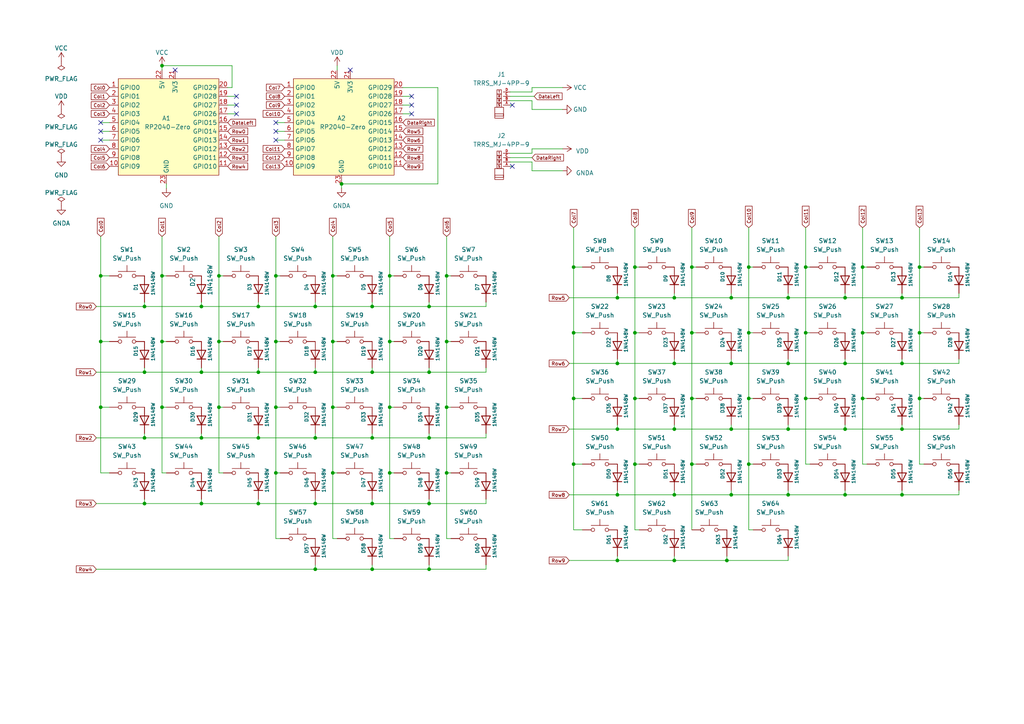
<source format=kicad_sch>
(kicad_sch (version 20230121) (generator eeschema)
  (paper "A4")
  (junction (at 266.7 115.57))
  (junction (at 261.62 105.41))
  (junction (at 217.17 115.57))
  (junction (at 91.44 146.05))
  (junction (at 179.07 143.51))
  (junction (at 195.58 86.36))
  (junction (at 29.21 80.01))
  (junction (at 129.54 137.16))
  (junction (at 228.6 86.36))
  (junction (at 80.01 99.06))
  (junction (at 179.07 86.36))
  (junction (at 233.68 115.57))
  (junction (at 250.19 115.57))
  (junction (at 200.66 96.52))
  (junction (at 91.44 107.95))
  (junction (at 129.54 99.06))
  (junction (at 228.6 143.51))
  (junction (at 107.95 107.95))
  (junction (at 195.58 162.56))
  (junction (at 107.95 127))
  (junction (at 63.5 99.06))
  (junction (at 210.82 162.56))
  (junction (at 124.46 146.05))
  (junction (at 41.91 127))
  (junction (at 74.93 127))
  (junction (at 58.42 88.9))
  (junction (at 261.62 143.51))
  (junction (at 179.07 162.56))
  (junction (at 58.42 127))
  (junction (at 179.07 105.41))
  (junction (at 166.37 115.57))
  (junction (at 233.68 96.52))
  (junction (at 41.91 146.05))
  (junction (at 200.66 115.57))
  (junction (at 166.37 134.62))
  (junction (at 58.42 146.05))
  (junction (at 166.37 77.47))
  (junction (at 74.93 107.95))
  (junction (at 184.15 96.52))
  (junction (at 129.54 118.11))
  (junction (at 217.17 77.47))
  (junction (at 195.58 105.41))
  (junction (at 184.15 115.57))
  (junction (at 41.91 88.9))
  (junction (at 212.09 105.41))
  (junction (at 74.93 146.05))
  (junction (at 29.21 99.06))
  (junction (at 195.58 143.51))
  (junction (at 113.03 80.01))
  (junction (at 212.09 86.36))
  (junction (at 41.91 107.95))
  (junction (at 245.11 143.51))
  (junction (at 129.54 80.01))
  (junction (at 261.62 86.36))
  (junction (at 63.5 80.01))
  (junction (at 80.01 137.16))
  (junction (at 166.37 96.52))
  (junction (at 80.01 118.11))
  (junction (at 96.52 118.11))
  (junction (at 212.09 143.51))
  (junction (at 113.03 118.11))
  (junction (at 245.11 105.41))
  (junction (at 124.46 165.1))
  (junction (at 266.7 96.52))
  (junction (at 107.95 165.1))
  (junction (at 113.03 99.06))
  (junction (at 250.19 96.52))
  (junction (at 74.93 88.9))
  (junction (at 58.42 107.95))
  (junction (at 184.15 134.62))
  (junction (at 245.11 124.46))
  (junction (at 91.44 127))
  (junction (at 46.99 99.06))
  (junction (at 46.99 80.01))
  (junction (at 63.5 118.11))
  (junction (at 200.66 134.62))
  (junction (at 46.99 19.05))
  (junction (at 217.17 96.52))
  (junction (at 96.52 99.06))
  (junction (at 217.17 134.62))
  (junction (at 233.68 77.47))
  (junction (at 200.66 77.47))
  (junction (at 266.7 77.47))
  (junction (at 250.19 77.47))
  (junction (at 195.58 124.46))
  (junction (at 99.06 53.34))
  (junction (at 91.44 88.9))
  (junction (at 184.15 77.47))
  (junction (at 212.09 124.46))
  (junction (at 96.52 137.16))
  (junction (at 91.44 165.1))
  (junction (at 228.6 105.41))
  (junction (at 228.6 124.46))
  (junction (at 46.99 118.11))
  (junction (at 124.46 107.95))
  (junction (at 107.95 146.05))
  (junction (at 107.95 88.9))
  (junction (at 124.46 127))
  (junction (at 179.07 124.46))
  (junction (at 245.11 86.36))
  (junction (at 124.46 88.9))
  (junction (at 29.21 118.11))
  (junction (at 113.03 137.16))
  (junction (at 96.52 80.01))
  (junction (at 261.62 124.46))
  (junction (at 80.01 80.01))
  (no_connect (at 68.58 27.94))
  (no_connect (at 29.21 38.1))
  (no_connect (at 50.8 20.32))
  (no_connect (at 148.59 30.48))
  (no_connect (at 80.01 40.64))
  (no_connect (at 119.38 30.48))
  (no_connect (at 80.01 35.56))
  (no_connect (at 29.21 40.64))
  (no_connect (at 68.58 33.02))
  (no_connect (at 80.01 38.1))
  (no_connect (at 119.38 27.94))
  (no_connect (at 119.38 33.02))
  (no_connect (at 68.58 30.48))
  (no_connect (at 148.59 48.26))
  (no_connect (at 101.6 20.32))
  (no_connect (at 29.21 35.56))
  (wire (pts (xy 228.6 124.46) (xy 245.11 124.46)))
  (wire (pts (xy 96.52 118.11) (xy 96.52 137.16)))
  (wire (pts (xy 68.58 30.48) (xy 66.04 30.48)))
  (wire (pts (xy 228.6 161.29) (xy 228.6 162.56)))
  (wire (pts (xy 165.1 86.36) (xy 179.07 86.36)))
  (wire (pts (xy 250.19 77.47) (xy 250.19 96.52)))
  (wire (pts (xy 124.46 88.9) (xy 140.97 88.9)))
  (wire (pts (xy 46.99 68.58) (xy 46.99 80.01)))
  (wire (pts (xy 267.97 77.47) (xy 266.7 77.47)))
  (wire (pts (xy 233.68 115.57) (xy 233.68 134.62)))
  (wire (pts (xy 217.17 115.57) (xy 217.17 134.62)))
  (wire (pts (xy 184.15 115.57) (xy 185.42 115.57)))
  (wire (pts (xy 233.68 66.04) (xy 233.68 77.47)))
  (wire (pts (xy 212.09 124.46) (xy 228.6 124.46)))
  (wire (pts (xy 234.95 77.47) (xy 233.68 77.47)))
  (wire (pts (xy 58.42 125.73) (xy 58.42 127)))
  (wire (pts (xy 217.17 153.67) (xy 218.44 153.67)))
  (wire (pts (xy 129.54 118.11) (xy 130.81 118.11)))
  (wire (pts (xy 147.955 44.45) (xy 154.305 44.45)))
  (wire (pts (xy 107.95 163.83) (xy 107.95 165.1)))
  (wire (pts (xy 58.42 144.78) (xy 58.42 146.05)))
  (wire (pts (xy 113.03 99.06) (xy 113.03 118.11)))
  (wire (pts (xy 200.66 96.52) (xy 200.66 115.57)))
  (wire (pts (xy 66.04 27.94) (xy 68.58 27.94)))
  (wire (pts (xy 233.68 134.62) (xy 234.95 134.62)))
  (wire (pts (xy 80.01 99.06) (xy 80.01 118.11)))
  (wire (pts (xy 140.97 106.68) (xy 140.97 107.95)))
  (wire (pts (xy 165.1 124.46) (xy 179.07 124.46)))
  (wire (pts (xy 91.44 144.78) (xy 91.44 146.05)))
  (wire (pts (xy 113.03 156.21) (xy 114.3 156.21)))
  (wire (pts (xy 212.09 123.19) (xy 212.09 124.46)))
  (wire (pts (xy 261.62 104.14) (xy 261.62 105.41)))
  (wire (pts (xy 212.09 85.09) (xy 212.09 86.36)))
  (wire (pts (xy 74.93 107.95) (xy 91.44 107.95)))
  (wire (pts (xy 63.5 99.06) (xy 63.5 118.11)))
  (wire (pts (xy 68.58 33.02) (xy 66.04 33.02)))
  (wire (pts (xy 63.5 68.58) (xy 63.5 80.01)))
  (wire (pts (xy 245.11 123.19) (xy 245.11 124.46)))
  (wire (pts (xy 80.01 68.58) (xy 80.01 80.01)))
  (wire (pts (xy 245.11 105.41) (xy 261.62 105.41)))
  (wire (pts (xy 129.54 137.16) (xy 129.54 156.21)))
  (wire (pts (xy 179.07 161.29) (xy 179.07 162.56)))
  (wire (pts (xy 195.58 104.14) (xy 195.58 105.41)))
  (wire (pts (xy 91.44 127) (xy 107.95 127)))
  (wire (pts (xy 80.01 99.06) (xy 81.28 99.06)))
  (wire (pts (xy 261.62 123.19) (xy 261.62 124.46)))
  (wire (pts (xy 217.17 77.47) (xy 217.17 96.52)))
  (wire (pts (xy 228.6 85.09) (xy 228.6 86.36)))
  (wire (pts (xy 116.84 27.94) (xy 119.38 27.94)))
  (wire (pts (xy 81.28 80.01) (xy 80.01 80.01)))
  (wire (pts (xy 217.17 96.52) (xy 217.17 115.57)))
  (wire (pts (xy 250.19 96.52) (xy 251.46 96.52)))
  (wire (pts (xy 107.95 107.95) (xy 124.46 107.95)))
  (wire (pts (xy 212.09 105.41) (xy 228.6 105.41)))
  (wire (pts (xy 261.62 105.41) (xy 278.13 105.41)))
  (wire (pts (xy 74.93 87.63) (xy 74.93 88.9)))
  (wire (pts (xy 129.54 80.01) (xy 129.54 99.06)))
  (wire (pts (xy 278.13 123.19) (xy 278.13 124.46)))
  (wire (pts (xy 124.46 144.78) (xy 124.46 146.05)))
  (wire (pts (xy 184.15 96.52) (xy 185.42 96.52)))
  (wire (pts (xy 74.93 88.9) (xy 91.44 88.9)))
  (wire (pts (xy 91.44 125.73) (xy 91.44 127)))
  (wire (pts (xy 266.7 96.52) (xy 266.7 115.57)))
  (wire (pts (xy 168.91 77.47) (xy 166.37 77.47)))
  (wire (pts (xy 195.58 86.36) (xy 212.09 86.36)))
  (wire (pts (xy 80.01 118.11) (xy 81.28 118.11)))
  (wire (pts (xy 41.91 87.63) (xy 41.91 88.9)))
  (wire (pts (xy 29.21 80.01) (xy 29.21 99.06)))
  (wire (pts (xy 184.15 134.62) (xy 185.42 134.62)))
  (wire (pts (xy 124.46 165.1) (xy 140.97 165.1)))
  (wire (pts (xy 166.37 77.47) (xy 166.37 96.52)))
  (wire (pts (xy 74.93 125.73) (xy 74.93 127)))
  (wire (pts (xy 124.46 163.83) (xy 124.46 165.1)))
  (wire (pts (xy 245.11 86.36) (xy 261.62 86.36)))
  (wire (pts (xy 129.54 99.06) (xy 130.81 99.06)))
  (wire (pts (xy 127 25.4) (xy 127 53.34)))
  (wire (pts (xy 184.15 77.47) (xy 184.15 96.52)))
  (wire (pts (xy 233.68 96.52) (xy 234.95 96.52)))
  (wire (pts (xy 63.5 99.06) (xy 64.77 99.06)))
  (wire (pts (xy 113.03 118.11) (xy 113.03 137.16)))
  (wire (pts (xy 124.46 106.68) (xy 124.46 107.95)))
  (wire (pts (xy 96.52 118.11) (xy 97.79 118.11)))
  (wire (pts (xy 107.95 106.68) (xy 107.95 107.95)))
  (wire (pts (xy 212.09 86.36) (xy 228.6 86.36)))
  (wire (pts (xy 154.305 43.18) (xy 163.195 43.18)))
  (wire (pts (xy 63.5 137.16) (xy 64.77 137.16)))
  (wire (pts (xy 250.19 115.57) (xy 251.46 115.57)))
  (wire (pts (xy 46.99 80.01) (xy 46.99 99.06)))
  (wire (pts (xy 200.66 115.57) (xy 201.93 115.57)))
  (wire (pts (xy 212.09 104.14) (xy 212.09 105.41)))
  (wire (pts (xy 195.58 124.46) (xy 212.09 124.46)))
  (wire (pts (xy 166.37 96.52) (xy 168.91 96.52)))
  (wire (pts (xy 148.59 48.26) (xy 147.955 48.26)))
  (wire (pts (xy 107.95 144.78) (xy 107.95 146.05)))
  (wire (pts (xy 96.52 99.06) (xy 97.79 99.06)))
  (wire (pts (xy 48.26 80.01) (xy 46.99 80.01)))
  (wire (pts (xy 195.58 162.56) (xy 195.58 161.29)))
  (wire (pts (xy 184.15 96.52) (xy 184.15 115.57)))
  (wire (pts (xy 124.46 107.95) (xy 140.97 107.95)))
  (wire (pts (xy 119.38 30.48) (xy 116.84 30.48)))
  (wire (pts (xy 107.95 88.9) (xy 124.46 88.9)))
  (wire (pts (xy 250.19 66.04) (xy 250.19 77.47)))
  (wire (pts (xy 261.62 86.36) (xy 278.13 86.36)))
  (wire (pts (xy 179.07 143.51) (xy 179.07 142.24)))
  (wire (pts (xy 200.66 115.57) (xy 200.66 134.62)))
  (wire (pts (xy 166.37 115.57) (xy 168.91 115.57)))
  (wire (pts (xy 29.21 118.11) (xy 29.21 137.16)))
  (wire (pts (xy 80.01 137.16) (xy 80.01 156.21)))
  (wire (pts (xy 233.68 96.52) (xy 233.68 115.57)))
  (wire (pts (xy 200.66 134.62) (xy 201.93 134.62)))
  (wire (pts (xy 140.97 144.78) (xy 140.97 146.05)))
  (wire (pts (xy 124.46 146.05) (xy 140.97 146.05)))
  (wire (pts (xy 217.17 96.52) (xy 218.44 96.52)))
  (wire (pts (xy 179.07 124.46) (xy 195.58 124.46)))
  (wire (pts (xy 166.37 134.62) (xy 168.91 134.62)))
  (wire (pts (xy 91.44 88.9) (xy 107.95 88.9)))
  (wire (pts (xy 165.1 162.56) (xy 179.07 162.56)))
  (wire (pts (xy 278.13 142.24) (xy 278.13 143.51)))
  (wire (pts (xy 116.84 25.4) (xy 127 25.4)))
  (wire (pts (xy 113.03 68.58) (xy 113.03 80.01)))
  (wire (pts (xy 97.79 80.01) (xy 96.52 80.01)))
  (wire (pts (xy 129.54 137.16) (xy 130.81 137.16)))
  (wire (pts (xy 245.11 143.51) (xy 261.62 143.51)))
  (wire (pts (xy 261.62 124.46) (xy 278.13 124.46)))
  (wire (pts (xy 114.3 80.01) (xy 113.03 80.01)))
  (wire (pts (xy 200.66 134.62) (xy 200.66 153.67)))
  (wire (pts (xy 91.44 163.83) (xy 91.44 165.1)))
  (wire (pts (xy 228.6 143.51) (xy 245.11 143.51)))
  (wire (pts (xy 63.5 118.11) (xy 64.77 118.11)))
  (wire (pts (xy 266.7 77.47) (xy 266.7 96.52)))
  (wire (pts (xy 46.99 137.16) (xy 48.26 137.16)))
  (wire (pts (xy 195.58 105.41) (xy 212.09 105.41)))
  (wire (pts (xy 140.97 163.83) (xy 140.97 165.1)))
  (wire (pts (xy 261.62 85.09) (xy 261.62 86.36)))
  (wire (pts (xy 41.91 106.68) (xy 41.91 107.95)))
  (wire (pts (xy 179.07 85.09) (xy 179.07 86.36)))
  (wire (pts (xy 96.52 80.01) (xy 96.52 99.06)))
  (wire (pts (xy 29.21 118.11) (xy 31.75 118.11)))
  (wire (pts (xy 179.07 162.56) (xy 195.58 162.56)))
  (wire (pts (xy 179.07 86.36) (xy 195.58 86.36)))
  (wire (pts (xy 200.66 77.47) (xy 200.66 96.52)))
  (wire (pts (xy 91.44 87.63) (xy 91.44 88.9)))
  (wire (pts (xy 228.6 162.56) (xy 210.82 162.56)))
  (wire (pts (xy 91.44 165.1) (xy 107.95 165.1)))
  (wire (pts (xy 46.99 99.06) (xy 46.99 118.11)))
  (wire (pts (xy 228.6 143.51) (xy 212.09 143.51)))
  (wire (pts (xy 107.95 165.1) (xy 124.46 165.1)))
  (wire (pts (xy 27.94 88.9) (xy 41.91 88.9)))
  (wire (pts (xy 99.06 53.34) (xy 127 53.34)))
  (wire (pts (xy 154.305 25.4) (xy 154.305 26.67)))
  (wire (pts (xy 130.81 80.01) (xy 129.54 80.01)))
  (wire (pts (xy 200.66 66.04) (xy 200.66 77.47)))
  (wire (pts (xy 29.21 99.06) (xy 29.21 118.11)))
  (wire (pts (xy 99.06 54.61) (xy 99.06 53.34)))
  (wire (pts (xy 29.21 35.56) (xy 31.75 35.56)))
  (wire (pts (xy 200.66 96.52) (xy 201.93 96.52)))
  (wire (pts (xy 228.6 142.24) (xy 228.6 143.51)))
  (wire (pts (xy 154.305 45.72) (xy 147.955 45.72)))
  (wire (pts (xy 63.5 118.11) (xy 63.5 137.16)))
  (wire (pts (xy 129.54 68.58) (xy 129.54 80.01)))
  (wire (pts (xy 41.91 107.95) (xy 58.42 107.95)))
  (wire (pts (xy 154.305 49.53) (xy 163.195 49.53)))
  (wire (pts (xy 166.37 66.04) (xy 166.37 77.47)))
  (wire (pts (xy 218.44 77.47) (xy 217.17 77.47)))
  (wire (pts (xy 97.79 19.05) (xy 97.79 20.32)))
  (wire (pts (xy 29.21 137.16) (xy 31.75 137.16)))
  (wire (pts (xy 80.01 156.21) (xy 81.28 156.21)))
  (wire (pts (xy 184.15 134.62) (xy 184.15 153.67)))
  (wire (pts (xy 41.91 125.73) (xy 41.91 127)))
  (wire (pts (xy 46.99 118.11) (xy 48.26 118.11)))
  (wire (pts (xy 179.07 123.19) (xy 179.07 124.46)))
  (wire (pts (xy 228.6 105.41) (xy 245.11 105.41)))
  (wire (pts (xy 58.42 146.05) (xy 74.93 146.05)))
  (wire (pts (xy 129.54 118.11) (xy 129.54 137.16)))
  (wire (pts (xy 107.95 127) (xy 124.46 127)))
  (wire (pts (xy 81.28 137.16) (xy 80.01 137.16)))
  (wire (pts (xy 113.03 99.06) (xy 114.3 99.06)))
  (wire (pts (xy 41.91 88.9) (xy 58.42 88.9)))
  (wire (pts (xy 266.7 134.62) (xy 267.97 134.62)))
  (wire (pts (xy 80.01 35.56) (xy 82.55 35.56)))
  (wire (pts (xy 154.305 25.4) (xy 163.195 25.4)))
  (wire (pts (xy 228.6 123.19) (xy 228.6 124.46)))
  (wire (pts (xy 245.11 124.46) (xy 261.62 124.46)))
  (wire (pts (xy 212.09 142.24) (xy 212.09 143.51)))
  (wire (pts (xy 179.07 105.41) (xy 195.58 105.41)))
  (wire (pts (xy 179.07 104.14) (xy 179.07 105.41)))
  (wire (pts (xy 96.52 156.21) (xy 97.79 156.21)))
  (wire (pts (xy 96.52 68.58) (xy 96.52 80.01)))
  (wire (pts (xy 113.03 137.16) (xy 113.03 156.21)))
  (wire (pts (xy 80.01 118.11) (xy 80.01 137.16)))
  (wire (pts (xy 107.95 146.05) (xy 124.46 146.05)))
  (wire (pts (xy 154.305 46.99) (xy 147.955 46.99)))
  (wire (pts (xy 261.62 143.51) (xy 278.13 143.51)))
  (wire (pts (xy 217.17 115.57) (xy 218.44 115.57)))
  (wire (pts (xy 27.94 165.1) (xy 91.44 165.1)))
  (wire (pts (xy 154.305 26.67) (xy 147.955 26.67)))
  (wire (pts (xy 166.37 153.67) (xy 168.91 153.67)))
  (wire (pts (xy 154.305 31.75) (xy 163.195 31.75)))
  (wire (pts (xy 166.37 134.62) (xy 166.37 153.67)))
  (wire (pts (xy 58.42 88.9) (xy 74.93 88.9)))
  (wire (pts (xy 113.03 137.16) (xy 114.3 137.16)))
  (wire (pts (xy 245.11 85.09) (xy 245.11 86.36)))
  (wire (pts (xy 129.54 156.21) (xy 130.81 156.21)))
  (wire (pts (xy 119.38 33.02) (xy 116.84 33.02)))
  (wire (pts (xy 266.7 115.57) (xy 267.97 115.57)))
  (wire (pts (xy 184.15 115.57) (xy 184.15 134.62)))
  (wire (pts (xy 41.91 146.05) (xy 41.91 144.78)))
  (wire (pts (xy 46.99 99.06) (xy 48.26 99.06)))
  (wire (pts (xy 154.305 29.21) (xy 147.955 29.21)))
  (wire (pts (xy 250.19 134.62) (xy 251.46 134.62)))
  (wire (pts (xy 154.305 49.53) (xy 154.305 46.99)))
  (wire (pts (xy 91.44 106.68) (xy 91.44 107.95)))
  (wire (pts (xy 233.68 77.47) (xy 233.68 96.52)))
  (wire (pts (xy 129.54 99.06) (xy 129.54 118.11)))
  (wire (pts (xy 74.93 127) (xy 91.44 127)))
  (wire (pts (xy 228.6 86.36) (xy 245.11 86.36)))
  (wire (pts (xy 195.58 142.24) (xy 195.58 143.51)))
  (wire (pts (xy 228.6 104.14) (xy 228.6 105.41)))
  (wire (pts (xy 266.7 96.52) (xy 267.97 96.52)))
  (wire (pts (xy 195.58 162.56) (xy 210.82 162.56)))
  (wire (pts (xy 154.305 43.18) (xy 154.305 44.45)))
  (wire (pts (xy 148.59 30.48) (xy 147.955 30.48)))
  (wire (pts (xy 58.42 106.68) (xy 58.42 107.95)))
  (wire (pts (xy 245.11 142.24) (xy 245.11 143.51)))
  (wire (pts (xy 210.82 161.29) (xy 210.82 162.56)))
  (wire (pts (xy 91.44 146.05) (xy 107.95 146.05)))
  (wire (pts (xy 29.21 68.58) (xy 29.21 80.01)))
  (wire (pts (xy 245.11 104.14) (xy 245.11 105.41)))
  (wire (pts (xy 140.97 87.63) (xy 140.97 88.9)))
  (wire (pts (xy 64.77 80.01) (xy 63.5 80.01)))
  (wire (pts (xy 185.42 77.47) (xy 184.15 77.47)))
  (wire (pts (xy 261.62 142.24) (xy 261.62 143.51)))
  (wire (pts (xy 179.07 143.51) (xy 195.58 143.51)))
  (wire (pts (xy 46.99 19.05) (xy 67.31 19.05)))
  (wire (pts (xy 165.1 143.51) (xy 179.07 143.51)))
  (wire (pts (xy 250.19 96.52) (xy 250.19 115.57)))
  (wire (pts (xy 58.42 107.95) (xy 74.93 107.95)))
  (wire (pts (xy 184.15 153.67) (xy 185.42 153.67)))
  (wire (pts (xy 96.52 137.16) (xy 97.79 137.16)))
  (wire (pts (xy 250.19 115.57) (xy 250.19 134.62)))
  (wire (pts (xy 63.5 80.01) (xy 63.5 99.06)))
  (wire (pts (xy 58.42 127) (xy 74.93 127)))
  (wire (pts (xy 113.03 118.11) (xy 114.3 118.11)))
  (wire (pts (xy 154.305 31.75) (xy 154.305 29.21)))
  (wire (pts (xy 91.44 107.95) (xy 107.95 107.95)))
  (wire (pts (xy 195.58 123.19) (xy 195.58 124.46)))
  (wire (pts (xy 217.17 134.62) (xy 218.44 134.62)))
  (wire (pts (xy 166.37 115.57) (xy 166.37 134.62)))
  (wire (pts (xy 29.21 38.1) (xy 31.75 38.1)))
  (wire (pts (xy 41.91 127) (xy 58.42 127)))
  (wire (pts (xy 113.03 80.01) (xy 113.03 99.06)))
  (wire (pts (xy 91.44 146.05) (xy 74.93 146.05)))
  (wire (pts (xy 80.01 38.1) (xy 82.55 38.1)))
  (wire (pts (xy 217.17 134.62) (xy 217.17 153.67)))
  (wire (pts (xy 266.7 66.04) (xy 266.7 77.47)))
  (wire (pts (xy 96.52 137.16) (xy 96.52 156.21)))
  (wire (pts (xy 46.99 118.11) (xy 46.99 137.16)))
  (wire (pts (xy 29.21 99.06) (xy 31.75 99.06)))
  (wire (pts (xy 96.52 99.06) (xy 96.52 118.11)))
  (wire (pts (xy 147.955 27.94) (xy 154.94 27.94)))
  (wire (pts (xy 67.31 25.4) (xy 67.31 19.05)))
  (wire (pts (xy 27.94 107.95) (xy 41.91 107.95)))
  (wire (pts (xy 124.46 127) (xy 140.97 127)))
  (wire (pts (xy 184.15 66.04) (xy 184.15 77.47)))
  (wire (pts (xy 124.46 125.73) (xy 124.46 127)))
  (wire (pts (xy 67.31 25.4) (xy 66.04 25.4)))
  (wire (pts (xy 107.95 125.73) (xy 107.95 127)))
  (wire (pts (xy 166.37 96.52) (xy 166.37 115.57)))
  (wire (pts (xy 278.13 85.09) (xy 278.13 86.36)))
  (wire (pts (xy 58.42 87.63) (xy 58.42 88.9)))
  (wire (pts (xy 233.68 115.57) (xy 234.95 115.57)))
  (wire (pts (xy 278.13 104.14) (xy 278.13 105.41)))
  (wire (pts (xy 74.93 106.68) (xy 74.93 107.95)))
  (wire (pts (xy 201.93 77.47) (xy 200.66 77.47)))
  (wire (pts (xy 48.26 54.61) (xy 48.26 53.34)))
  (wire (pts (xy 80.01 80.01) (xy 80.01 99.06)))
  (wire (pts (xy 41.91 146.05) (xy 58.42 146.05)))
  (wire (pts (xy 107.95 87.63) (xy 107.95 88.9)))
  (wire (pts (xy 74.93 144.78) (xy 74.93 146.05)))
  (wire (pts (xy 29.21 40.64) (xy 31.75 40.64)))
  (wire (pts (xy 217.17 66.04) (xy 217.17 77.47)))
  (wire (pts (xy 195.58 143.51) (xy 212.09 143.51)))
  (wire (pts (xy 266.7 115.57) (xy 266.7 134.62)))
  (wire (pts (xy 31.75 80.01) (xy 29.21 80.01)))
  (wire (pts (xy 195.58 85.09) (xy 195.58 86.36)))
  (wire (pts (xy 140.97 125.73) (xy 140.97 127)))
  (wire (pts (xy 165.1 105.41) (xy 179.07 105.41)))
  (wire (pts (xy 27.94 146.05) (xy 41.91 146.05)))
  (wire (pts (xy 251.46 77.47) (xy 250.19 77.47)))
  (wire (pts (xy 46.99 19.05) (xy 46.99 20.32)))
  (wire (pts (xy 124.46 87.63) (xy 124.46 88.9)))
  (wire (pts (xy 80.01 40.64) (xy 82.55 40.64)))
  (wire (pts (xy 27.94 127) (xy 41.91 127)))
  (global_label "Row2" (shape input) (at 66.04 43.18 0) (effects (font (size 1 1))) (property "Intersheetrefs" "${INTERSHEET_REFS}" (effects hide)))
  (global_label "DataLeft" (shape input) (at 154.94 27.94 0) (effects (font (size 1 1))) (property "Intersheetrefs" "${INTERSHEET_REFS}" (effects hide)))
  (global_label "Row6" (shape input) (at 165.1 105.41 180) (effects (font (size 1 1))) (property "Intersheetrefs" "${INTERSHEET_REFS}" (effects hide)))
  (global_label "Col11" (shape input) (at 82.55 43.18 180) (effects (font (size 1 1))) (property "Intersheetrefs" "${INTERSHEET_REFS}" (effects hide)))
  (global_label "Col11" (shape input) (at 233.68 66.04 90) (effects (font (size 1 1))) (property "Intersheetrefs" "${INTERSHEET_REFS}" (effects hide)))
  (global_label "Col5" (shape input) (at 113.03 68.58 90) (effects (font (size 1 1))) (property "Intersheetrefs" "${INTERSHEET_REFS}" (effects hide)))
  (global_label "Row8" (shape input) (at 165.1 143.51 180) (effects (font (size 1 1))) (property "Intersheetrefs" "${INTERSHEET_REFS}" (effects hide)))
  (global_label "DataLeft" (shape input) (at 66.04 35.56 0) (effects (font (size 1 1))) (property "Intersheetrefs" "${INTERSHEET_REFS}" (effects hide)))
  (global_label "Row0" (shape input) (at 27.94 88.9 180) (effects (font (size 1 1))) (property "Intersheetrefs" "${INTERSHEET_REFS}" (effects hide)))
  (global_label "Col3" (shape input) (at 31.75 33.02 180) (effects (font (size 1 1))) (property "Intersheetrefs" "${INTERSHEET_REFS}" (effects hide)))
  (global_label "Col10" (shape input) (at 217.17 66.04 90) (effects (font (size 1 1))) (property "Intersheetrefs" "${INTERSHEET_REFS}" (effects hide)))
  (global_label "Col9" (shape input) (at 82.55 30.48 180) (effects (font (size 1 1))) (property "Intersheetrefs" "${INTERSHEET_REFS}" (effects hide)))
  (global_label "Col13" (shape input) (at 266.7 66.04 90) (effects (font (size 1 1))) (property "Intersheetrefs" "${INTERSHEET_REFS}" (effects hide)))
  (global_label "Row7" (shape input) (at 116.84 43.18 0) (effects (font (size 1 1))) (property "Intersheetrefs" "${INTERSHEET_REFS}" (effects hide)))
  (global_label "Col8" (shape input) (at 82.55 27.94 180) (effects (font (size 1 1))) (property "Intersheetrefs" "${INTERSHEET_REFS}" (effects hide)))
  (global_label "Row6" (shape input) (at 116.84 40.64 0) (effects (font (size 1 1))) (property "Intersheetrefs" "${INTERSHEET_REFS}" (effects hide)))
  (global_label "Col12" (shape input) (at 82.55 45.72 180) (effects (font (size 1 1))) (property "Intersheetrefs" "${INTERSHEET_REFS}" (effects hide)))
  (global_label "Col7" (shape input) (at 82.55 25.4 180) (effects (font (size 1 1))) (property "Intersheetrefs" "${INTERSHEET_REFS}" (effects hide)))
  (global_label "Row7" (shape input) (at 165.1 124.46 180) (effects (font (size 1 1))) (property "Intersheetrefs" "${INTERSHEET_REFS}" (effects hide)))
  (global_label "Col2" (shape input) (at 31.75 30.48 180) (effects (font (size 1 1))) (property "Intersheetrefs" "${INTERSHEET_REFS}" (effects hide)))
  (global_label "Row9" (shape input) (at 116.84 48.26 0) (effects (font (size 1 1))) (property "Intersheetrefs" "${INTERSHEET_REFS}" (effects hide)))
  (global_label "Col13" (shape input) (at 82.55 48.26 180) (effects (font (size 1 1))) (property "Intersheetrefs" "${INTERSHEET_REFS}" (effects hide)))
  (global_label "Row4" (shape input) (at 66.04 48.26 0) (effects (font (size 1 1))) (property "Intersheetrefs" "${INTERSHEET_REFS}" (effects hide)))
  (global_label "Col12" (shape input) (at 250.19 66.04 90) (effects (font (size 1 1))) (property "Intersheetrefs" "${INTERSHEET_REFS}" (effects hide)))
  (global_label "Col4" (shape input) (at 31.75 43.18 180) (effects (font (size 1 1))) (property "Intersheetrefs" "${INTERSHEET_REFS}" (effects hide)))
  (global_label "Col3" (shape input) (at 80.01 68.58 90) (effects (font (size 1 1))) (property "Intersheetrefs" "${INTERSHEET_REFS}" (effects hide)))
  (global_label "Row2" (shape input) (at 27.94 127 180) (effects (font (size 1 1))) (property "Intersheetrefs" "${INTERSHEET_REFS}" (effects hide)))
  (global_label "DataRight" (shape input) (at 154.305 45.72 0) (effects (font (size 1 1))) (property "Intersheetrefs" "${INTERSHEET_REFS}" (effects hide)))
  (global_label "Col1" (shape input) (at 46.99 68.58 90) (effects (font (size 1 1))) (property "Intersheetrefs" "${INTERSHEET_REFS}" (effects hide)))
  (global_label "Col5" (shape input) (at 31.75 45.72 180) (effects (font (size 1 1))) (property "Intersheetrefs" "${INTERSHEET_REFS}" (effects hide)))
  (global_label "Col1" (shape input) (at 31.75 27.94 180) (effects (font (size 1 1))) (property "Intersheetrefs" "${INTERSHEET_REFS}" (effects hide)))
  (global_label "Row3" (shape input) (at 66.04 45.72 0) (effects (font (size 1 1))) (property "Intersheetrefs" "${INTERSHEET_REFS}" (effects hide)))
  (global_label "DataRight" (shape input) (at 116.84 35.56 0) (effects (font (size 1 1))) (property "Intersheetrefs" "${INTERSHEET_REFS}" (effects hide)))
  (global_label "Col0" (shape input) (at 31.75 25.4 180) (effects (font (size 1 1))) (property "Intersheetrefs" "${INTERSHEET_REFS}" (effects hide)))
  (global_label "Row8" (shape input) (at 116.84 45.72 0) (effects (font (size 1 1))) (property "Intersheetrefs" "${INTERSHEET_REFS}" (effects hide)))
  (global_label "Row0" (shape input) (at 66.04 38.1 0) (effects (font (size 1 1))) (property "Intersheetrefs" "${INTERSHEET_REFS}" (effects hide)))
  (global_label "Col0" (shape input) (at 29.21 68.58 90) (effects (font (size 1 1))) (property "Intersheetrefs" "${INTERSHEET_REFS}" (effects hide)))
  (global_label "Col6" (shape input) (at 129.54 68.58 90) (effects (font (size 1 1))) (property "Intersheetrefs" "${INTERSHEET_REFS}" (effects hide)))
  (global_label "Row1" (shape input) (at 27.94 107.95 180) (effects (font (size 1 1))) (property "Intersheetrefs" "${INTERSHEET_REFS}" (effects hide)))
  (global_label "Row1" (shape input) (at 66.04 40.64 0) (effects (font (size 1 1))) (property "Intersheetrefs" "${INTERSHEET_REFS}" (effects hide)))
  (global_label "Col9" (shape input) (at 200.66 66.04 90) (effects (font (size 1 1))) (property "Intersheetrefs" "${INTERSHEET_REFS}" (effects hide)))
  (global_label "Col7" (shape input) (at 166.37 66.04 90) (effects (font (size 1 1))) (property "Intersheetrefs" "${INTERSHEET_REFS}" (effects hide)))
  (global_label "Row5" (shape input) (at 165.1 86.36 180) (effects (font (size 1 1))) (property "Intersheetrefs" "${INTERSHEET_REFS}" (effects hide)))
  (global_label "Col2" (shape input) (at 63.5 68.58 90) (effects (font (size 1 1))) (property "Intersheetrefs" "${INTERSHEET_REFS}" (effects hide)))
  (global_label "Row9" (shape input) (at 165.1 162.56 180) (effects (font (size 1 1))) (property "Intersheetrefs" "${INTERSHEET_REFS}" (effects hide)))
  (global_label "Row5" (shape input) (at 116.84 38.1 0) (effects (font (size 1 1))) (property "Intersheetrefs" "${INTERSHEET_REFS}" (effects hide)))
  (global_label "Col6" (shape input) (at 31.75 48.26 180) (effects (font (size 1 1))) (property "Intersheetrefs" "${INTERSHEET_REFS}" (effects hide)))
  (global_label "Row4" (shape input) (at 27.94 165.1 180) (effects (font (size 1 1))) (property "Intersheetrefs" "${INTERSHEET_REFS}" (effects hide)))
  (global_label "Col4" (shape input) (at 96.52 68.58 90) (effects (font (size 1 1))) (property "Intersheetrefs" "${INTERSHEET_REFS}" (effects hide)))
  (global_label "Col8" (shape input) (at 184.15 66.04 90) (effects (font (size 1 1))) (property "Intersheetrefs" "${INTERSHEET_REFS}" (effects hide)))
  (global_label "Col10" (shape input) (at 82.55 33.02 180) (effects (font (size 1 1))) (property "Intersheetrefs" "${INTERSHEET_REFS}" (effects hide)))
  (global_label "Row3" (shape input) (at 27.94 146.05 180) (effects (font (size 1 1))) (property "Intersheetrefs" "${INTERSHEET_REFS}" (effects hide)))
  (symbol (lib_id "Diode:1N4148W") (at 140.97 140.97 90) (unit 1)
    (property "Reference" "D49" (at 138.455 141.5 0) (effects (font (size 1 1)) (justify left)))
    (property "Value" "1N4148W" (at 143.455 142.875 0) (effects (font (size 1 1)) (justify left)))
    (property "Footprint" "Salicylic-acid3_kbd_Parts:Diode_SMD" (effects hide))
    (property "Datasheet" "https://www.vishay.com/docs/85748/1n4148w.pdf" (effects hide))
  )
  (symbol (lib_id "Switch:SW_Push") (at 256.54 77.47 0) (unit 1)
    (property "Reference" "SW13" (at 256.54 69.85 0))
    (property "Value" "SW_Push" (at 256.54 72.39 0))
    (property "Footprint" "Salicylic-acid3_kbd_SW:CherryMX_Solder_1u" (effects hide))
  )
  (symbol (lib_id "power:GNDA") (at 17.78 59.69 0) (unit 1)
    (property "Reference" "#PWR014" (effects hide))
    (property "Value" "GNDA" (at 17.78 64.77 0))
  )
  (symbol (lib_id "power:VDD") (at 97.79 19.05 0) (unit 1)
    (property "Reference" "#PWR07" (effects hide))
    (property "Value" "VDD" (at 97.79 15.24 0))
  )
  (symbol (lib_id "Diode:1N4148W") (at 228.6 100.33 90) (unit 1)
    (property "Reference" "D25" (at 226.085 100.86 0) (effects (font (size 1 1)) (justify left)))
    (property "Value" "1N4148W" (at 231.085 102.235 0) (effects (font (size 1 1)) (justify left)))
    (property "Footprint" "Salicylic-acid3_kbd_Parts:Diode_SMD" (effects hide))
    (property "Datasheet" "https://www.vishay.com/docs/85748/1n4148w.pdf" (effects hide))
  )
  (symbol (lib_id "Switch:SW_Push") (at 102.87 156.21 0) (unit 1)
    (property "Reference" "SW58" (at 102.87 148.59 0))
    (property "Value" "SW_Push" (at 102.87 151.13 0))
    (property "Footprint" "Salicylic-acid3_kbd_SW:CherryMX_Solder_1u" (effects hide))
  )
  (symbol (lib_id "Switch:SW_Push") (at 135.89 80.01 0) (unit 1)
    (property "Reference" "SW7" (at 135.89 72.39 0))
    (property "Value" "SW_Push" (at 135.89 74.93 0))
    (property "Footprint" "Salicylic-acid3_kbd_SW:CherryMX_Solder_1u" (effects hide))
  )
  (symbol (lib_id "Diode:1N4148W") (at 278.13 138.43 90) (unit 1)
    (property "Reference" "D56" (at 275.615 138.96 0) (effects (font (size 1 1)) (justify left)))
    (property "Value" "1N4148W" (at 280.615 140.335 0) (effects (font (size 1 1)) (justify left)))
    (property "Footprint" "Salicylic-acid3_kbd_Parts:Diode_SMD" (effects hide))
    (property "Datasheet" "https://www.vishay.com/docs/85748/1n4148w.pdf" (effects hide))
  )
  (symbol (lib_id "Switch:SW_Push") (at 119.38 99.06 0) (unit 1)
    (property "Reference" "SW20" (at 119.38 91.44 0))
    (property "Value" "SW_Push" (at 119.38 93.98 0))
    (property "Footprint" "Salicylic-acid3_kbd_SW:CherryMX_Solder_1u" (effects hide))
  )
  (symbol (lib_id "Switch:SW_Push") (at 240.03 115.57 0) (unit 1)
    (property "Reference" "SW40" (at 240.03 107.95 0))
    (property "Value" "SW_Push" (at 240.03 110.49 0))
    (property "Footprint" "Salicylic-acid3_kbd_SW:CherryMX_Solder_1u" (effects hide))
  )
  (symbol (lib_id "Diode:1N4148W") (at 58.42 102.87 90) (unit 1)
    (property "Reference" "D16" (at 55.905 103.4 0) (effects (font (size 1 1)) (justify left)))
    (property "Value" "1N4148W" (at 60.905 104.775 0) (effects (font (size 1 1)) (justify left)))
    (property "Footprint" "Salicylic-acid3_kbd_Parts:Diode_SMD" (effects hide))
    (property "Datasheet" "https://www.vishay.com/docs/85748/1n4148w.pdf" (effects hide))
  )
  (symbol (lib_id "power:GND") (at 17.78 45.72 0) (unit 1)
    (property "Reference" "#PWR012" (effects hide))
    (property "Value" "GND" (at 17.78 50.8 0))
  )
  (symbol (lib_id "power:GND") (at 163.195 31.75 90) (unit 1)
    (property "Reference" "#PWR010" (effects hide))
    (property "Value" "GND" (at 168.275 31.75 90))
  )
  (symbol (lib_id "Switch:SW_Push") (at 273.05 134.62 0) (unit 1)
    (property "Reference" "SW56" (at 273.05 127 0))
    (property "Value" "SW_Push" (at 273.05 129.54 0))
    (property "Footprint" "Salicylic-acid3_kbd_SW:CherryMX_Solder_1u" (effects hide))
  )
  (symbol (lib_id "Diode:1N4148W") (at 195.58 100.33 90) (unit 1)
    (property "Reference" "D23" (at 193.065 100.86 0) (effects (font (size 1 1)) (justify left)))
    (property "Value" "1N4148W" (at 198.065 102.235 0) (effects (font (size 1 1)) (justify left)))
    (property "Footprint" "Salicylic-acid3_kbd_Parts:Diode_SMD" (effects hide))
    (property "Datasheet" "https://www.vishay.com/docs/85748/1n4148w.pdf" (effects hide))
  )
  (symbol (lib_id "Diode:1N4148W") (at 58.42 121.92 90) (unit 1)
    (property "Reference" "D30" (at 55.905 122.45 0) (effects (font (size 1 1)) (justify left)))
    (property "Value" "1N4148W" (at 60.905 123.825 0) (effects (font (size 1 1)) (justify left)))
    (property "Footprint" "Salicylic-acid3_kbd_Parts:Diode_SMD" (effects hide))
    (property "Datasheet" "https://www.vishay.com/docs/85748/1n4148w.pdf" (effects hide))
  )
  (symbol (lib_id "Diode:1N4148W") (at 278.13 81.28 90) (unit 1)
    (property "Reference" "D14" (at 275.615 81.81 0) (effects (font (size 1 1)) (justify left)))
    (property "Value" "1N4148W" (at 280.615 83.185 0) (effects (font (size 1 1)) (justify left)))
    (property "Footprint" "Salicylic-acid3_kbd_Parts:Diode_SMD" (effects hide))
    (property "Datasheet" "https://www.vishay.com/docs/85748/1n4148w.pdf" (effects hide))
  )
  (symbol (lib_id "Switch:SW_Push") (at 273.05 96.52 0) (unit 1)
    (property "Reference" "SW28" (at 273.05 88.9 0))
    (property "Value" "SW_Push" (at 273.05 91.44 0))
    (property "Footprint" "Salicylic-acid3_kbd_SW:CherryMX_Solder_1u" (effects hide))
  )
  (symbol (lib_id "Switch:SW_Push") (at 256.54 134.62 0) (unit 1)
    (property "Reference" "SW55" (at 256.54 127 0))
    (property "Value" "SW_Push" (at 256.54 129.54 0))
    (property "Footprint" "Salicylic-acid3_kbd_SW:CherryMX_Solder_1u" (effects hide))
  )
  (symbol (lib_id "Switch:SW_Push") (at 190.5 115.57 0) (unit 1)
    (property "Reference" "SW37" (at 190.5 107.95 0))
    (property "Value" "SW_Push" (at 190.5 110.49 0))
    (property "Footprint" "Salicylic-acid3_kbd_SW:CherryMX_Solder_1u" (effects hide))
  )
  (symbol (lib_id "Switch:SW_Push") (at 190.5 96.52 0) (unit 1)
    (property "Reference" "SW23" (at 190.5 88.9 0))
    (property "Value" "SW_Push" (at 190.5 91.44 0))
    (property "Footprint" "Salicylic-acid3_kbd_SW:CherryMX_Solder_1u" (effects hide))
  )
  (symbol (lib_id "Diode:1N4148W") (at 140.97 102.87 90) (unit 1)
    (property "Reference" "D21" (at 138.455 103.4 0) (effects (font (size 1 1)) (justify left)))
    (property "Value" "1N4148W" (at 143.455 104.775 0) (effects (font (size 1 1)) (justify left)))
    (property "Footprint" "Salicylic-acid3_kbd_Parts:Diode_SMD" (effects hide))
    (property "Datasheet" "https://www.vishay.com/docs/85748/1n4148w.pdf" (effects hide))
  )
  (symbol (lib_id "Diode:1N4148W") (at 107.95 160.02 90) (unit 1)
    (property "Reference" "D58" (at 105.435 160.55 0) (effects (font (size 1 1)) (justify left)))
    (property "Value" "1N4148W" (at 110.435 161.925 0) (effects (font (size 1 1)) (justify left)))
    (property "Footprint" "Salicylic-acid3_kbd_Parts:Diode_SMD" (effects hide))
    (property "Datasheet" "https://www.vishay.com/docs/85748/1n4148w.pdf" (effects hide))
  )
  (symbol (lib_id "Switch:SW_Push") (at 135.89 137.16 0) (unit 1)
    (property "Reference" "SW49" (at 135.89 129.54 0))
    (property "Value" "SW_Push" (at 135.89 132.08 0))
    (property "Footprint" "Salicylic-acid3_kbd_SW:CherryMX_Solder_1u" (effects hide))
  )
  (symbol (lib_id "Switch:SW_Push") (at 173.99 134.62 0) (unit 1)
    (property "Reference" "SW50" (at 173.99 127 0))
    (property "Value" "SW_Push" (at 173.99 129.54 0))
    (property "Footprint" "Salicylic-acid3_kbd_SW:CherryMX_Solder_1u" (effects hide))
  )
  (symbol (lib_id "Diode:1N4148W") (at 91.44 83.82 90) (unit 1)
    (property "Reference" "D4" (at 88.925 84.35 0) (effects (font (size 1 1)) (justify left)))
    (property "Value" "1N4148W" (at 93.925 85.725 0) (effects (font (size 1 1)) (justify left)))
    (property "Footprint" "Salicylic-acid3_kbd_Parts:Diode_SMD" (effects hide))
    (property "Datasheet" "https://www.vishay.com/docs/85748/1n4148w.pdf" (effects hide))
  )
  (symbol (lib_id "Diode:1N4148W") (at 278.13 119.38 90) (unit 1)
    (property "Reference" "D42" (at 275.615 119.91 0) (effects (font (size 1 1)) (justify left)))
    (property "Value" "1N4148W" (at 280.615 121.285 0) (effects (font (size 1 1)) (justify left)))
    (property "Footprint" "Salicylic-acid3_kbd_Parts:Diode_SMD" (effects hide))
    (property "Datasheet" "https://www.vishay.com/docs/85748/1n4148w.pdf" (effects hide))
  )
  (symbol (lib_id "Diode:1N4148W") (at 58.42 140.97 90) (unit 1)
    (property "Reference" "D44" (at 55.905 141.5 0) (effects (font (size 1 1)) (justify left)))
    (property "Value" "1N4148W" (at 60.905 142.875 0) (effects (font (size 1 1)) (justify left)))
    (property "Footprint" "Salicylic-acid3_kbd_Parts:Diode_SMD" (effects hide))
    (property "Datasheet" "https://www.vishay.com/docs/85748/1n4148w.pdf" (effects hide))
  )
  (symbol (lib_id "Diode:1N4148W") (at 212.09 138.43 90) (unit 1)
    (property "Reference" "D52" (at 209.575 138.96 0) (effects (font (size 1 1)) (justify left)))
    (property "Value" "1N4148W" (at 214.575 140.335 0) (effects (font (size 1 1)) (justify left)))
    (property "Footprint" "Salicylic-acid3_kbd_Parts:Diode_SMD" (effects hide))
    (property "Datasheet" "https://www.vishay.com/docs/85748/1n4148w.pdf" (effects hide))
  )
  (symbol (lib_id "Switch:SW_Push") (at 36.83 99.06 0) (unit 1)
    (property "Reference" "SW15" (at 36.83 91.44 0))
    (property "Value" "SW_Push" (at 36.83 93.98 0))
    (property "Footprint" "Salicylic-acid3_kbd_SW:CherryMX_Solder_1u" (effects hide))
  )
  (symbol (lib_id "Diode:1N4148W") (at 245.11 119.38 90) (unit 1)
    (property "Reference" "D40" (at 242.595 119.91 0) (effects (font (size 1 1)) (justify left)))
    (property "Value" "1N4148W" (at 247.595 121.285 0) (effects (font (size 1 1)) (justify left)))
    (property "Footprint" "Salicylic-acid3_kbd_Parts:Diode_SMD" (effects hide))
    (property "Datasheet" "https://www.vishay.com/docs/85748/1n4148w.pdf" (effects hide))
  )
  (symbol (lib_id "Switch:SW_Push") (at 173.99 96.52 0) (unit 1)
    (property "Reference" "SW22" (at 173.99 88.9 0))
    (property "Value" "SW_Push" (at 173.99 91.44 0))
    (property "Footprint" "Salicylic-acid3_kbd_SW:CherryMX_Solder_1u" (effects hide))
  )
  (symbol (lib_id "Diode:1N4148W") (at 245.11 138.43 90) (unit 1)
    (property "Reference" "D54" (at 242.595 138.96 0) (effects (font (size 1 1)) (justify left)))
    (property "Value" "1N4148W" (at 247.595 140.335 0) (effects (font (size 1 1)) (justify left)))
    (property "Footprint" "Salicylic-acid3_kbd_Parts:Diode_SMD" (effects hide))
    (property "Datasheet" "https://www.vishay.com/docs/85748/1n4148w.pdf" (effects hide))
  )
  (symbol (lib_id "Diode:1N4148W") (at 228.6 157.48 90) (unit 1)
    (property "Reference" "D64" (at 226.085 158.01 0) (effects (font (size 1 1)) (justify left)))
    (property "Value" "1N4148W" (at 231.085 159.385 0) (effects (font (size 1 1)) (justify left)))
    (property "Footprint" "Salicylic-acid3_kbd_Parts:Diode_SMD" (effects hide))
    (property "Datasheet" "https://www.vishay.com/docs/85748/1n4148w.pdf" (effects hide))
  )
  (symbol (lib_id "Switch:SW_Push") (at 36.83 137.16 0) (unit 1)
    (property "Reference" "SW43" (at 36.83 129.54 0))
    (property "Value" "SW_Push" (at 36.83 132.08 0))
    (property "Footprint" "Salicylic-acid3_kbd_SW:CherryMX_Solder_1u" (effects hide))
  )
  (symbol (lib_id "Diode:1N4148W") (at 245.11 100.33 90) (unit 1)
    (property "Reference" "D26" (at 242.595 100.86 0) (effects (font (size 1 1)) (justify left)))
    (property "Value" "1N4148W" (at 247.595 102.235 0) (effects (font (size 1 1)) (justify left)))
    (property "Footprint" "Salicylic-acid3_kbd_Parts:Diode_SMD" (effects hide))
    (property "Datasheet" "https://www.vishay.com/docs/85748/1n4148w.pdf" (effects hide))
  )
  (symbol (lib_id "Switch:SW_Push") (at 207.01 134.62 0) (unit 1)
    (property "Reference" "SW52" (at 207.01 127 0))
    (property "Value" "SW_Push" (at 207.01 129.54 0))
    (property "Footprint" "Salicylic-acid3_kbd_SW:CherryMX_Solder_1u" (effects hide))
  )
  (symbol (lib_id "Switch:SW_Push") (at 69.85 137.16 0) (unit 1)
    (property "Reference" "SW45" (at 69.85 129.54 0))
    (property "Value" "SW_Push" (at 69.85 132.08 0))
    (property "Footprint" "Salicylic-acid3_kbd_SW:CherryMX_Solder_1u" (effects hide))
  )
  (symbol (lib_id "Switch:SW_Push") (at 36.83 118.11 0) (unit 1)
    (property "Reference" "SW29" (at 36.83 110.49 0))
    (property "Value" "SW_Push" (at 36.83 113.03 0))
    (property "Footprint" "Salicylic-acid3_kbd_SW:CherryMX_Solder_1u" (effects hide))
  )
  (symbol (lib_id "Switch:SW_Push") (at 273.05 115.57 0) (unit 1)
    (property "Reference" "SW42" (at 273.05 107.95 0))
    (property "Value" "SW_Push" (at 273.05 110.49 0))
    (property "Footprint" "Salicylic-acid3_kbd_SW:CherryMX_Solder_1u" (effects hide))
  )
  (symbol (lib_id "Diode:1N4148W") (at 261.62 81.28 90) (unit 1)
    (property "Reference" "D13" (at 259.105 81.81 0) (effects (font (size 1 1)) (justify left)))
    (property "Value" "1N4148W" (at 264.105 83.185 0) (effects (font (size 1 1)) (justify left)))
    (property "Footprint" "Salicylic-acid3_kbd_Parts:Diode_SMD" (effects hide))
    (property "Datasheet" "https://www.vishay.com/docs/85748/1n4148w.pdf" (effects hide))
  )
  (symbol (lib_id "Switch:SW_Push") (at 273.05 77.47 0) (unit 1)
    (property "Reference" "SW14" (at 273.05 69.85 0))
    (property "Value" "SW_Push" (at 273.05 72.39 0))
    (property "Footprint" "Salicylic-acid3_kbd_SW:CherryMX_Solder_1u" (effects hide))
  )
  (symbol (lib_id "power:VDD") (at 163.195 43.18 270) (unit 1)
    (property "Reference" "#PWR011" (effects hide))
    (property "Value" "VDD" (at 167.005 43.815 90) (effects (justify left)))
  )
  (symbol (lib_id "Diode:1N4148W") (at 261.62 138.43 90) (unit 1)
    (property "Reference" "D55" (at 259.105 138.96 0) (effects (font (size 1 1)) (justify left)))
    (property "Value" "1N4148W" (at 264.105 140.335 0) (effects (font (size 1 1)) (justify left)))
    (property "Footprint" "Salicylic-acid3_kbd_Parts:Diode_SMD" (effects hide))
    (property "Datasheet" "https://www.vishay.com/docs/85748/1n4148w.pdf" (effects hide))
  )
  (symbol (lib_id "Diode:1N4148W") (at 179.07 100.33 90) (unit 1)
    (property "Reference" "D22" (at 176.555 100.86 0) (effects (font (size 1 1)) (justify left)))
    (property "Value" "1N4148W" (at 181.555 102.235 0) (effects (font (size 1 1)) (justify left)))
    (property "Footprint" "Salicylic-acid3_kbd_Parts:Diode_SMD" (effects hide))
    (property "Datasheet" "https://www.vishay.com/docs/85748/1n4148w.pdf" (effects hide))
  )
  (symbol (lib_id "Switch:SW_Push") (at 173.99 77.47 0) (unit 1)
    (property "Reference" "SW8" (at 173.99 69.85 0))
    (property "Value" "SW_Push" (at 173.99 72.39 0))
    (property "Footprint" "Salicylic-acid3_kbd_SW:CherryMX_Solder_1u" (effects hide))
  )
  (symbol (lib_id "Switch:SW_Push") (at 135.89 99.06 0) (unit 1)
    (property "Reference" "SW21" (at 135.89 91.44 0))
    (property "Value" "SW_Push" (at 135.89 93.98 0))
    (property "Footprint" "Salicylic-acid3_kbd_SW:CherryMX_Solder_1u" (effects hide))
  )
  (symbol (lib_id "Switch:SW_Push") (at 205.74 153.67 0) (unit 1)
    (property "Reference" "SW63" (at 205.74 146.05 0))
    (property "Value" "SW_Push" (at 205.74 148.59 0))
    (property "Footprint" "Salicylic-acid3_kbd_SW:CherryMX_Solder_1u" (effects hide))
  )
  (symbol (lib_id "Switch:SW_Push") (at 256.54 115.57 0) (unit 1)
    (property "Reference" "SW41" (at 256.54 107.95 0))
    (property "Value" "SW_Push" (at 256.54 110.49 0))
    (property "Footprint" "Salicylic-acid3_kbd_SW:CherryMX_Solder_1u" (effects hide))
  )
  (symbol (lib_id "Switch:SW_Push") (at 53.34 99.06 0) (unit 1)
    (property "Reference" "SW16" (at 53.34 91.44 0))
    (property "Value" "SW_Push" (at 53.34 93.98 0))
    (property "Footprint" "Salicylic-acid3_kbd_SW:CherryMX_Solder_1u" (effects hide))
  )
  (symbol (lib_id "Switch:SW_Push") (at 86.36 118.11 0) (unit 1)
    (property "Reference" "SW32" (at 86.36 110.49 0))
    (property "Value" "SW_Push" (at 86.36 113.03 0))
    (property "Footprint" "Salicylic-acid3_kbd_SW:CherryMX_Solder_1u" (effects hide))
  )
  (symbol (lib_id "Switch:SW_Push") (at 223.52 153.67 0) (unit 1)
    (property "Reference" "SW64" (at 223.52 146.05 0))
    (property "Value" "SW_Push" (at 223.52 148.59 0))
    (property "Footprint" "Salicylic-acid3_kbd_SW:CherryMX_Solder_1u" (effects hide))
  )
  (symbol (lib_id "Diode:1N4148W") (at 124.46 140.97 90) (unit 1)
    (property "Reference" "D48" (at 121.945 141.5 0) (effects (font (size 1 1)) (justify left)))
    (property "Value" "1N4148W" (at 126.945 142.875 0) (effects (font (size 1 1)) (justify left)))
    (property "Footprint" "Salicylic-acid3_kbd_Parts:Diode_SMD" (effects hide))
    (property "Datasheet" "https://www.vishay.com/docs/85748/1n4148w.pdf" (effects hide))
  )
  (symbol (lib_id "Switch:SW_Push") (at 69.85 99.06 0) (unit 1)
    (property "Reference" "SW17" (at 69.85 91.44 0))
    (property "Value" "SW_Push" (at 69.85 93.98 0))
    (property "Footprint" "Salicylic-acid3_kbd_SW:CherryMX_Solder_1u" (effects hide))
  )
  (symbol (lib_id "Diode:1N4148W") (at 74.93 102.87 90) (unit 1)
    (property "Reference" "D17" (at 72.415 103.4 0) (effects (font (size 1 1)) (justify left)))
    (property "Value" "1N4148W" (at 77.415 104.775 0) (effects (font (size 1 1)) (justify left)))
    (property "Footprint" "Salicylic-acid3_kbd_Parts:Diode_SMD" (effects hide))
    (property "Datasheet" "https://www.vishay.com/docs/85748/1n4148w.pdf" (effects hide))
  )
  (symbol (lib_id "Diode:1N4148W") (at 179.07 138.43 90) (unit 1)
    (property "Reference" "D50" (at 176.555 138.96 0) (effects (font (size 1 1)) (justify left)))
    (property "Value" "1N4148W" (at 181.555 140.335 0) (effects (font (size 1 1)) (justify left)))
    (property "Footprint" "Salicylic-acid3_kbd_Parts:Diode_SMD" (effects hide))
    (property "Datasheet" "https://www.vishay.com/docs/85748/1n4148w.pdf" (effects hide))
  )
  (symbol (lib_id "Diode:1N4148W") (at 195.58 157.48 90) (unit 1)
    (property "Reference" "D62" (at 193.065 158.01 0) (effects (font (size 1 1)) (justify left)))
    (property "Value" "1N4148W" (at 198.065 159.385 0) (effects (font (size 1 1)) (justify left)))
    (property "Footprint" "Salicylic-acid3_kbd_Parts:Diode_SMD" (effects hide))
    (property "Datasheet" "https://www.vishay.com/docs/85748/1n4148w.pdf" (effects hide))
  )
  (symbol (lib_id "Diode:1N4148W") (at 107.95 102.87 90) (unit 1)
    (property "Reference" "D19" (at 105.435 103.4 0) (effects (font (size 1 1)) (justify left)))
    (property "Value" "1N4148W" (at 110.435 104.775 0) (effects (font (size 1 1)) (justify left)))
    (property "Footprint" "Salicylic-acid3_kbd_Parts:Diode_SMD" (effects hide))
    (property "Datasheet" "https://www.vishay.com/docs/85748/1n4148w.pdf" (effects hide))
  )
  (symbol (lib_id "power:VCC") (at 17.78 17.78 0) (unit 1)
    (property "Reference" "#PWR01" (effects hide))
    (property "Value" "VCC" (at 17.78 13.97 0))
  )
  (symbol (lib_id "Switch:SW_Push") (at 207.01 115.57 0) (unit 1)
    (property "Reference" "SW38" (at 207.01 107.95 0))
    (property "Value" "SW_Push" (at 207.01 110.49 0))
    (property "Footprint" "Salicylic-acid3_kbd_SW:CherryMX_Solder_1u" (effects hide))
  )
  (symbol (lib_id "Switch:SW_Push") (at 102.87 118.11 0) (unit 1)
    (property "Reference" "SW33" (at 102.87 110.49 0))
    (property "Value" "SW_Push" (at 102.87 113.03 0))
    (property "Footprint" "Salicylic-acid3_kbd_SW:CherryMX_Solder_1u" (effects hide))
  )
  (symbol (lib_id "Switch:SW_Push") (at 240.03 134.62 0) (unit 1)
    (property "Reference" "SW54" (at 240.03 127 0))
    (property "Value" "SW_Push" (at 240.03 129.54 0))
    (property "Footprint" "Salicylic-acid3_kbd_SW:CherryMX_Solder_1u" (effects hide))
  )
  (symbol (lib_id "Diode:1N4148W") (at 212.09 81.28 90) (unit 1)
    (property "Reference" "D10" (at 209.575 81.81 0) (effects (font (size 1 1)) (justify left)))
    (property "Value" "1N4148W" (at 214.575 83.185 0) (effects (font (size 1 1)) (justify left)))
    (property "Footprint" "Salicylic-acid3_kbd_Parts:Diode_SMD" (effects hide))
    (property "Datasheet" "https://www.vishay.com/docs/85748/1n4148w.pdf" (effects hide))
  )
  (symbol (lib_id "Diode:1N4148W") (at 228.6 119.38 90) (unit 1)
    (property "Reference" "D39" (at 226.085 119.91 0) (effects (font (size 1 1)) (justify left)))
    (property "Value" "1N4148W" (at 231.085 121.285 0) (effects (font (size 1 1)) (justify left)))
    (property "Footprint" "Salicylic-acid3_kbd_Parts:Diode_SMD" (effects hide))
    (property "Datasheet" "https://www.vishay.com/docs/85748/1n4148w.pdf" (effects hide))
  )
  (symbol (lib_id "Diode:1N4148W") (at 212.09 100.33 90) (unit 1)
    (property "Reference" "D24" (at 209.575 100.86 0) (effects (font (size 1 1)) (justify left)))
    (property "Value" "1N4148W" (at 214.575 102.235 0) (effects (font (size 1 1)) (justify left)))
    (property "Footprint" "Salicylic-acid3_kbd_Parts:Diode_SMD" (effects hide))
    (property "Datasheet" "https://www.vishay.com/docs/85748/1n4148w.pdf" (effects hide))
  )
  (symbol (lib_id "Diode:1N4148W") (at 261.62 119.38 90) (unit 1)
    (property "Reference" "D41" (at 259.105 119.91 0) (effects (font (size 1 1)) (justify left)))
    (property "Value" "1N4148W" (at 264.105 121.285 0) (effects (font (size 1 1)) (justify left)))
    (property "Footprint" "Salicylic-acid3_kbd_Parts:Diode_SMD" (effects hide))
    (property "Datasheet" "https://www.vishay.com/docs/85748/1n4148w.pdf" (effects hide))
  )
  (symbol (lib_id "Switch:SW_Push") (at 190.5 77.47 0) (unit 1)
    (property "Reference" "SW9" (at 190.5 69.85 0))
    (property "Value" "SW_Push" (at 190.5 72.39 0))
    (property "Footprint" "Salicylic-acid3_kbd_SW:CherryMX_Solder_1u" (effects hide))
  )
  (symbol (lib_id "Diode:1N4148W") (at 124.46 102.87 90) (unit 1)
    (property "Reference" "D20" (at 121.945 103.4 0) (effects (font (size 1 1)) (justify left)))
    (property "Value" "1N4148W" (at 126.945 104.775 0) (effects (font (size 1 1)) (justify left)))
    (property "Footprint" "Salicylic-acid3_kbd_Parts:Diode_SMD" (effects hide))
    (property "Datasheet" "https://www.vishay.com/docs/85748/1n4148w.pdf" (effects hide))
  )
  (symbol (lib_id "Diode:1N4148W") (at 278.13 100.33 90) (unit 1)
    (property "Reference" "D28" (at 275.615 100.86 0) (effects (font (size 1 1)) (justify left)))
    (property "Value" "1N4148W" (at 280.615 102.235 0) (effects (font (size 1 1)) (justify left)))
    (property "Footprint" "Salicylic-acid3_kbd_Parts:Diode_SMD" (effects hide))
    (property "Datasheet" "https://www.vishay.com/docs/85748/1n4148w.pdf" (effects hide))
  )
  (symbol (lib_id "Diode:1N4148W") (at 212.09 119.38 90) (unit 1)
    (property "Reference" "D38" (at 209.575 119.91 0) (effects (font (size 1 1)) (justify left)))
    (property "Value" "1N4148W" (at 214.575 121.285 0) (effects (font (size 1 1)) (justify left)))
    (property "Footprint" "Salicylic-acid3_kbd_Parts:Diode_SMD" (effects hide))
    (property "Datasheet" "https://www.vishay.com/docs/85748/1n4148w.pdf" (effects hide))
  )
  (symbol (lib_id "RP2040-zero:RP2040-Zero") (at 48.26 35.56 0) (unit 1)
    (property "Reference" "A1" (at 46.99 34.29 0) (effects (justify left)))
    (property "Value" "RP2040-Zero" (at 41.91 36.83 0) (effects (justify left)))
    (property "Footprint" "RP2040-zero:RP2040-Zero_through_hole_omit" (effects hide))
  )
  (symbol (lib_id "Switch:SW_Push") (at 173.99 153.67 0) (unit 1)
    (property "Reference" "SW61" (at 173.99 146.05 0))
    (property "Value" "SW_Push" (at 173.99 148.59 0))
    (property "Footprint" "Salicylic-acid3_kbd_SW:CherryMX_Solder_1u" (effects hide))
  )
  (symbol (lib_id "Diode:1N4148W") (at 140.97 83.82 90) (unit 1)
    (property "Reference" "D7" (at 138.455 84.35 0) (effects (font (size 1 1)) (justify left)))
    (property "Value" "1N4148W" (at 143.455 85.725 0) (effects (font (size 1 1)) (justify left)))
    (property "Footprint" "Salicylic-acid3_kbd_Parts:Diode_SMD" (effects hide))
    (property "Datasheet" "https://www.vishay.com/docs/85748/1n4148w.pdf" (effects hide))
  )
  (symbol (lib_id "Switch:SW_Push") (at 207.01 77.47 0) (unit 1)
    (property "Reference" "SW10" (at 207.01 69.85 0))
    (property "Value" "SW_Push" (at 207.01 72.39 0))
    (property "Footprint" "Salicylic-acid3_kbd_SW:CherryMX_Solder_1u" (effects hide))
  )
  (symbol (lib_id "Switch:SW_Push") (at 119.38 137.16 0) (unit 1)
    (property "Reference" "SW48" (at 119.38 129.54 0))
    (property "Value" "SW_Push" (at 119.38 132.08 0))
    (property "Footprint" "Salicylic-acid3_kbd_SW:CherryMX_Solder_1u" (effects hide))
  )
  (symbol (lib_id "Switch:SW_Push") (at 102.87 80.01 0) (unit 1)
    (property "Reference" "SW5" (at 102.87 72.39 0))
    (property "Value" "SW_Push" (at 102.87 74.93 0))
    (property "Footprint" "Salicylic-acid3_kbd_SW:CherryMX_Solder_1u" (effects hide))
  )
  (symbol (lib_id "Diode:1N4148W") (at 41.91 83.82 90) (unit 1)
    (property "Reference" "D1" (at 39.395 84.35 0) (effects (font (size 1 1)) (justify left)))
    (property "Value" "1N4148W" (at 44.395 85.725 0) (effects (font (size 1 1)) (justify left)))
    (property "Footprint" "Salicylic-acid3_kbd_Parts:Diode_SMD" (effects hide))
    (property "Datasheet" "https://www.vishay.com/docs/85748/1n4148w.pdf" (effects hide))
  )
  (symbol (lib_id "Switch:SW_Push") (at 86.36 80.01 0) (unit 1)
    (property "Reference" "SW4" (at 86.36 72.39 0))
    (property "Value" "SW_Push" (at 86.36 74.93 0))
    (property "Footprint" "Salicylic-acid3_kbd_SW:CherryMX_Solder_1u" (effects hide))
  )
  (symbol (lib_id "Diode:1N4148W") (at 179.07 81.28 90) (unit 1)
    (property "Reference" "D8" (at 176.555 81.81 0) (effects (font (size 1 1)) (justify left)))
    (property "Value" "1N4148W" (at 181.555 83.185 0) (effects (font (size 1 1)) (justify left)))
    (property "Footprint" "Salicylic-acid3_kbd_Parts:Diode_SMD" (effects hide))
    (property "Datasheet" "https://www.vishay.com/docs/85748/1n4148w.pdf" (effects hide))
  )
  (symbol (lib_id "Switch:SW_Push") (at 256.54 96.52 0) (unit 1)
    (property "Reference" "SW27" (at 256.54 88.9 0))
    (property "Value" "SW_Push" (at 256.54 91.44 0))
    (property "Footprint" "Salicylic-acid3_kbd_SW:CherryMX_Solder_1u" (effects hide))
  )
  (symbol (lib_id "Diode:1N4148W") (at 140.97 160.02 90) (unit 1)
    (property "Reference" "D60" (at 138.455 160.55 0) (effects (font (size 1 1)) (justify left)))
    (property "Value" "1N4148W" (at 143.455 161.925 0) (effects (font (size 1 1)) (justify left)))
    (property "Footprint" "Salicylic-acid3_kbd_Parts:Diode_SMD" (effects hide))
    (property "Datasheet" "https://www.vishay.com/docs/85748/1n4148w.pdf" (effects hide))
  )
  (symbol (lib_id "RP2040-zero:RP2040-Zero") (at 99.06 35.56 0) (unit 1)
    (property "Reference" "A2" (at 97.79 34.29 0) (effects (justify left)))
    (property "Value" "RP2040-Zero" (at 92.71 36.83 0) (effects (justify left)))
    (property "Footprint" "RP2040-zero:RP2040-Zero_through_hole_omit" (effects hide))
  )
  (symbol (lib_id "Switch:SW_Push") (at 36.83 80.01 0) (unit 1)
    (property "Reference" "SW1" (at 36.83 72.39 0))
    (property "Value" "SW_Push" (at 36.83 74.93 0))
    (property "Footprint" "Salicylic-acid3_kbd_SW:CherryMX_Solder_1u" (effects hide))
  )
  (symbol (lib_id "Diode:1N4148W") (at 107.95 83.82 90) (unit 1)
    (property "Reference" "D5" (at 105.435 84.35 0) (effects (font (size 1 1)) (justify left)))
    (property "Value" "1N4148W" (at 110.435 85.725 0) (effects (font (size 1 1)) (justify left)))
    (property "Footprint" "Salicylic-acid3_kbd_Parts:Diode_SMD" (effects hide))
    (property "Datasheet" "https://www.vishay.com/docs/85748/1n4148w.pdf" (effects hide))
  )
  (symbol (lib_id "Diode:1N4148W") (at 140.97 121.92 90) (unit 1)
    (property "Reference" "D35" (at 138.455 122.45 0) (effects (font (size 1 1)) (justify left)))
    (property "Value" "1N4148W" (at 143.455 123.825 0) (effects (font (size 1 1)) (justify left)))
    (property "Footprint" "Salicylic-acid3_kbd_Parts:Diode_SMD" (effects hide))
    (property "Datasheet" "https://www.vishay.com/docs/85748/1n4148w.pdf" (effects hide))
  )
  (symbol (lib_id "Diode:1N4148W") (at 74.93 83.82 90) (unit 1)
    (property "Reference" "D3" (at 72.415 84.35 0) (effects (font (size 1 1)) (justify left)))
    (property "Value" "1N4148W" (at 77.415 85.725 0) (effects (font (size 1 1)) (justify left)))
    (property "Footprint" "Salicylic-acid3_kbd_Parts:Diode_SMD" (effects hide))
    (property "Datasheet" "https://www.vishay.com/docs/85748/1n4148w.pdf" (effects hide))
  )
  (symbol (lib_id "Switch:SW_Push") (at 69.85 118.11 0) (unit 1)
    (property "Reference" "SW31" (at 69.85 110.49 0))
    (property "Value" "SW_Push" (at 69.85 113.03 0))
    (property "Footprint" "Salicylic-acid3_kbd_SW:CherryMX_Solder_1u" (effects hide))
  )
  (symbol (lib_id "Switch:SW_Push") (at 207.01 96.52 0) (unit 1)
    (property "Reference" "SW24" (at 207.01 88.9 0))
    (property "Value" "SW_Push" (at 207.01 91.44 0))
    (property "Footprint" "Salicylic-acid3_kbd_SW:CherryMX_Solder_1u" (effects hide))
  )
  (symbol (lib_id "Switch:SW_Push") (at 223.52 77.47 0) (unit 1)
    (property "Reference" "SW11" (at 223.52 69.85 0))
    (property "Value" "SW_Push" (at 223.52 72.39 0))
    (property "Footprint" "Salicylic-acid3_kbd_SW:CherryMX_Solder_1u" (effects hide))
  )
  (symbol (lib_id "Diode:1N4148W") (at 124.46 83.82 90) (unit 1)
    (property "Reference" "D6" (at 121.945 84.35 0) (effects (font (size 1 1)) (justify left)))
    (property "Value" "1N4148W" (at 126.945 85.725 0) (effects (font (size 1 1)) (justify left)))
    (property "Footprint" "Salicylic-acid3_kbd_Parts:Diode_SMD" (effects hide))
    (property "Datasheet" "https://www.vishay.com/docs/85748/1n4148w.pdf" (effects hide))
  )
  (symbol (lib_id "Switch:SW_Push") (at 53.34 137.16 0) (unit 1)
    (property "Reference" "SW44" (at 53.34 129.54 0))
    (property "Value" "SW_Push" (at 53.34 132.08 0))
    (property "Footprint" "Salicylic-acid3_kbd_SW:CherryMX_Solder_1u" (effects hide))
  )
  (symbol (lib_id "Switch:SW_Push") (at 119.38 80.01 0) (unit 1)
    (property "Reference" "SW6" (at 119.38 72.39 0))
    (property "Value" "SW_Push" (at 119.38 74.93 0))
    (property "Footprint" "Salicylic-acid3_kbd_SW:CherryMX_Solder_1u" (effects hide))
  )
  (symbol (lib_id "Diode:1N4148W") (at 228.6 81.28 90) (unit 1)
    (property "Reference" "D11" (at 226.085 81.81 0) (effects (font (size 1 1)) (justify left)))
    (property "Value" "1N4148W" (at 231.085 83.185 0) (effects (font (size 1 1)) (justify left)))
    (property "Footprint" "Salicylic-acid3_kbd_Parts:Diode_SMD" (effects hide))
    (property "Datasheet" "https://www.vishay.com/docs/85748/1n4148w.pdf" (effects hide))
  )
  (symbol (lib_id "power:PWR_FLAG") (at 17.78 59.69 0) (unit 1)
    (property "Reference" "#FLG04" (effects hide))
    (property "Value" "PWR_FLAG" (at 17.78 55.88 0))
  )
  (symbol (lib_id "Switch:SW_Push") (at 190.5 134.62 0) (unit 1)
    (property "Reference" "SW51" (at 190.5 127 0))
    (property "Value" "SW_Push" (at 190.5 129.54 0))
    (property "Footprint" "Salicylic-acid3_kbd_SW:CherryMX_Solder_1u" (effects hide))
  )
  (symbol (lib_id "Diode:1N4148W") (at 245.11 81.28 90) (unit 1)
    (property "Reference" "D12" (at 242.595 81.81 0) (effects (font (size 1 1)) (justify left)))
    (property "Value" "1N4148W" (at 247.595 83.185 0) (effects (font (size 1 1)) (justify left)))
    (property "Footprint" "Salicylic-acid3_kbd_Parts:Diode_SMD" (effects hide))
    (property "Datasheet" "https://www.vishay.com/docs/85748/1n4148w.pdf" (effects hide))
  )
  (symbol (lib_id "power:VDD") (at 17.78 31.75 0) (unit 1)
    (property "Reference" "#PWR09" (effects hide))
    (property "Value" "VDD" (at 17.78 27.94 0))
  )
  (symbol (lib_id "Diode:1N4148W") (at 228.6 138.43 90) (unit 1)
    (property "Reference" "D53" (at 226.085 138.96 0) (effects (font (size 1 1)) (justify left)))
    (property "Value" "1N4148W" (at 231.085 140.335 0) (effects (font (size 1 1)) (justify left)))
    (property "Footprint" "Salicylic-acid3_kbd_Parts:Diode_SMD" (effects hide))
    (property "Datasheet" "https://www.vishay.com/docs/85748/1n4148w.pdf" (effects hide))
  )
  (symbol (lib_id "Diode:1N4148W") (at 74.93 121.92 90) (unit 1)
    (property "Reference" "D31" (at 72.415 122.45 0) (effects (font (size 1 1)) (justify left)))
    (property "Value" "1N4148W" (at 77.415 123.825 0) (effects (font (size 1 1)) (justify left)))
    (property "Footprint" "Salicylic-acid3_kbd_Parts:Diode_SMD" (effects hide))
    (property "Datasheet" "https://www.vishay.com/docs/85748/1n4148w.pdf" (effects hide))
  )
  (symbol (lib_id "Diode:1N4148W") (at 91.44 160.02 90) (unit 1)
    (property "Reference" "D57" (at 88.925 160.55 0) (effects (font (size 1 1)) (justify left)))
    (property "Value" "1N4148W" (at 93.925 161.925 0) (effects (font (size 1 1)) (justify left)))
    (property "Footprint" "Salicylic-acid3_kbd_Parts:Diode_SMD" (effects hide))
    (property "Datasheet" "https://www.vishay.com/docs/85748/1n4148w.pdf" (effects hide))
  )
  (symbol (lib_id "Switch:SW_Push") (at 53.34 80.01 0) (unit 1)
    (property "Reference" "SW2" (at 53.34 72.39 0))
    (property "Value" "SW_Push" (at 53.34 74.93 0))
    (property "Footprint" "Salicylic-acid3_kbd_SW:CherryMX_Solder_1u" (effects hide))
  )
  (symbol (lib_id "Diode:1N4148W") (at 41.91 121.92 90) (unit 1)
    (property "Reference" "D29" (at 39.395 122.45 0) (effects (font (size 1 1)) (justify left)))
    (property "Value" "1N4148W" (at 44.395 123.825 0) (effects (font (size 1 1)) (justify left)))
    (property "Footprint" "Salicylic-acid3_kbd_Parts:Diode_SMD" (effects hide))
    (property "Datasheet" "https://www.vishay.com/docs/85748/1n4148w.pdf" (effects hide))
  )
  (symbol (lib_id "Diode:1N4148W") (at 41.91 140.97 90) (unit 1)
    (property "Reference" "D43" (at 39.395 141.5 0) (effects (font (size 1 1)) (justify left)))
    (property "Value" "1N4148W" (at 44.395 142.875 0) (effects (font (size 1 1)) (justify left)))
    (property "Footprint" "Salicylic-acid3_kbd_Parts:Diode_SMD" (effects hide))
    (property "Datasheet" "https://www.vishay.com/docs/85748/1n4148w.pdf" (effects hide))
  )
  (symbol (lib_id "Switch:SW_Push") (at 240.03 96.52 0) (unit 1)
    (property "Reference" "SW26" (at 240.03 88.9 0))
    (property "Value" "SW_Push" (at 240.03 91.44 0))
    (property "Footprint" "Salicylic-acid3_kbd_SW:CherryMX_Solder_1u" (effects hide))
  )
  (symbol (lib_id "Switch:SW_Push") (at 119.38 156.21 0) (unit 1)
    (property "Reference" "SW59" (at 119.38 148.59 0))
    (property "Value" "SW_Push" (at 119.38 151.13 0))
    (property "Footprint" "Salicylic-acid3_kbd_SW:CherryMX_Solder_1u" (effects hide))
  )
  (symbol (lib_id "Switch:SW_Push") (at 223.52 96.52 0) (unit 1)
    (property "Reference" "SW25" (at 223.52 88.9 0))
    (property "Value" "SW_Push" (at 223.52 91.44 0))
    (property "Footprint" "Salicylic-acid3_kbd_SW:CherryMX_Solder_1u" (effects hide))
  )
  (symbol (lib_id "Diode:1N4148W") (at 74.93 140.97 90) (unit 1)
    (property "Reference" "D45" (at 72.415 141.5 0) (effects (font (size 1 1)) (justify left)))
    (property "Value" "1N4148W" (at 77.415 142.875 0) (effects (font (size 1 1)) (justify left)))
    (property "Footprint" "Salicylic-acid3_kbd_Parts:Diode_SMD" (effects hide))
    (property "Datasheet" "https://www.vishay.com/docs/85748/1n4148w.pdf" (effects hide))
  )
  (symbol (lib_id "Diode:1N4148W") (at 107.95 140.97 90) (unit 1)
    (property "Reference" "D47" (at 105.435 141.5 0) (effects (font (size 1 1)) (justify left)))
    (property "Value" "1N4148W" (at 110.435 142.875 0) (effects (font (size 1 1)) (justify left)))
    (property "Footprint" "Salicylic-acid3_kbd_Parts:Diode_SMD" (effects hide))
    (property "Datasheet" "https://www.vishay.com/docs/85748/1n4148w.pdf" (effects hide))
  )
  (symbol (lib_id "Switch:SW_Push") (at 223.52 134.62 0) (unit 1)
    (property "Reference" "SW53" (at 223.52 127 0))
    (property "Value" "SW_Push" (at 223.52 129.54 0))
    (property "Footprint" "Salicylic-acid3_kbd_SW:CherryMX_Solder_1u" (effects hide))
  )
  (symbol (lib_id "Switch:SW_Push") (at 86.36 156.21 0) (unit 1)
    (property "Reference" "SW57" (at 86.36 148.59 0))
    (property "Value" "SW_Push" (at 86.36 151.13 0))
    (property "Footprint" "Salicylic-acid3_kbd_SW:CherryMX_Solder_1u" (effects hide))
  )
  (symbol (lib_id "Switch:SW_Push") (at 135.89 118.11 0) (unit 1)
    (property "Reference" "SW35" (at 135.89 110.49 0))
    (property "Value" "SW_Push" (at 135.89 113.03 0))
    (property "Footprint" "Salicylic-acid3_kbd_SW:CherryMX_Solder_1u" (effects hide))
  )
  (symbol (lib_id "power:PWR_FLAG") (at 17.78 45.72 0) (unit 1)
    (property "Reference" "#FLG03" (effects hide))
    (property "Value" "PWR_FLAG" (at 17.78 41.91 0))
  )
  (symbol (lib_id "Diode:1N4148W") (at 91.44 102.87 90) (unit 1)
    (property "Reference" "D18" (at 88.925 103.4 0) (effects (font (size 1 1)) (justify left)))
    (property "Value" "1N4148W" (at 93.925 104.775 0) (effects (font (size 1 1)) (justify left)))
    (property "Footprint" "Salicylic-acid3_kbd_Parts:Diode_SMD" (effects hide))
    (property "Datasheet" "https://www.vishay.com/docs/85748/1n4148w.pdf" (effects hide))
  )
  (symbol (lib_id "Salicylic-acid3_kbd_Parts:TRRS_MJ-4PP-9") (at 144.78 29.21 0) (unit 1)
    (property "Reference" "J1" (at 145.415 21.59 0))
    (property "Value" "TRRS_MJ-4PP-9" (at 145.415 24.13 0))
    (property "Footprint" "Salicylic-acid3_kbd_Parts:TRRS_MJ-4PP-9" (effects hide))
  )
  (symbol (lib_id "Diode:1N4148W") (at 261.62 100.33 90) (unit 1)
    (property "Reference" "D27" (at 259.105 100.86 0) (effects (font (size 1 1)) (justify left)))
    (property "Value" "1N4148W" (at 264.105 102.235 0) (effects (font (size 1 1)) (justify left)))
    (property "Footprint" "Salicylic-acid3_kbd_Parts:Diode_SMD" (effects hide))
    (property "Datasheet" "https://www.vishay.com/docs/85748/1n4148w.pdf" (effects hide))
  )
  (symbol (lib_id "power:VCC") (at 46.99 19.05 0) (unit 1)
    (property "Reference" "#PWR016" (effects hide))
    (property "Value" "VCC" (at 46.99 15.24 0))
  )
  (symbol (lib_id "Switch:SW_Push") (at 135.89 156.21 0) (unit 1)
    (property "Reference" "SW60" (at 135.89 148.59 0))
    (property "Value" "SW_Push" (at 135.89 151.13 0))
    (property "Footprint" "Salicylic-acid3_kbd_SW:CherryMX_Solder_1u" (effects hide))
  )
  (symbol (lib_id "Diode:1N4148W") (at 210.82 157.48 90) (unit 1)
    (property "Reference" "D63" (at 208.305 158.01 0) (effects (font (size 1 1)) (justify left)))
    (property "Value" "1N4148W" (at 213.305 159.385 0) (effects (font (size 1 1)) (justify left)))
    (property "Footprint" "Salicylic-acid3_kbd_Parts:Diode_SMD" (effects hide))
    (property "Datasheet" "https://www.vishay.com/docs/85748/1n4148w.pdf" (effects hide))
  )
  (symbol (lib_id "power:PWR_FLAG") (at 17.78 31.75 180) (unit 1)
    (property "Reference" "#FLG02" (effects hide))
    (property "Value" "PWR_FLAG" (at 17.78 36.83 0))
  )
  (symbol (lib_id "power:PWR_FLAG") (at 17.78 17.78 180) (unit 1)
    (property "Reference" "#FLG01" (effects hide))
    (property "Value" "PWR_FLAG" (at 17.78 22.86 0))
  )
  (symbol (lib_id "power:VCC") (at 163.195 25.4 270) (unit 1)
    (property "Reference" "#PWR04" (effects hide))
    (property "Value" "VCC" (at 168.275 25.4 90))
  )
  (symbol (lib_id "Switch:SW_Push") (at 53.34 118.11 0) (unit 1)
    (property "Reference" "SW30" (at 53.34 110.49 0))
    (property "Value" "SW_Push" (at 53.34 113.03 0))
    (property "Footprint" "Salicylic-acid3_kbd_SW:CherryMX_Solder_1u" (effects hide))
  )
  (symbol (lib_id "Switch:SW_Push") (at 223.52 115.57 0) (unit 1)
    (property "Reference" "SW39" (at 223.52 107.95 0))
    (property "Value" "SW_Push" (at 223.52 110.49 0))
    (property "Footprint" "Salicylic-acid3_kbd_SW:CherryMX_Solder_1u" (effects hide))
  )
  (symbol (lib_id "Diode:1N4148W") (at 107.95 121.92 90) (unit 1)
    (property "Reference" "D33" (at 105.435 122.45 0) (effects (font (size 1 1)) (justify left)))
    (property "Value" "1N4148W" (at 110.435 123.825 0) (effects (font (size 1 1)) (justify left)))
    (property "Footprint" "Salicylic-acid3_kbd_Parts:Diode_SMD" (effects hide))
    (property "Datasheet" "https://www.vishay.com/docs/85748/1n4148w.pdf" (effects hide))
  )
  (symbol (lib_id "Diode:1N4148W") (at 195.58 81.28 90) (unit 1)
    (property "Reference" "D9" (at 193.065 81.81 0) (effects (font (size 1 1)) (justify left)))
    (property "Value" "1N4148W" (at 198.065 83.185 0) (effects (font (size 1 1)) (justify left)))
    (property "Footprint" "Salicylic-acid3_kbd_Parts:Diode_SMD" (effects hide))
    (property "Datasheet" "https://www.vishay.com/docs/85748/1n4148w.pdf" (effects hide))
  )
  (symbol (lib_id "Diode:1N4148W") (at 179.07 119.38 90) (unit 1)
    (property "Reference" "D36" (at 176.555 119.91 0) (effects (font (size 1 1)) (justify left)))
    (property "Value" "1N4148W" (at 181.555 121.285 0) (effects (font (size 1 1)) (justify left)))
    (property "Footprint" "Salicylic-acid3_kbd_Parts:Diode_SMD" (effects hide))
    (property "Datasheet" "https://www.vishay.com/docs/85748/1n4148w.pdf" (effects hide))
  )
  (symbol (lib_id "Diode:1N4148W") (at 195.58 138.43 90) (unit 1)
    (property "Reference" "D51" (at 193.065 138.96 0) (effects (font (size 1 1)) (justify left)))
    (property "Value" "1N4148W" (at 198.065 140.335 0) (effects (font (size 1 1)) (justify left)))
    (property "Footprint" "Salicylic-acid3_kbd_Parts:Diode_SMD" (effects hide))
    (property "Datasheet" "https://www.vishay.com/docs/85748/1n4148w.pdf" (effects hide))
  )
  (symbol (lib_id "Switch:SW_Push") (at 240.03 77.47 0) (unit 1)
    (property "Reference" "SW12" (at 240.03 69.85 0))
    (property "Value" "SW_Push" (at 240.03 72.39 0))
    (property "Footprint" "Salicylic-acid3_kbd_SW:CherryMX_Solder_1u" (effects hide))
  )
  (symbol (lib_id "Diode:1N4148W") (at 124.46 160.02 90) (unit 1)
    (property "Reference" "D59" (at 121.945 160.55 0) (effects (font (size 1 1)) (justify left)))
    (property "Value" "1N4148W" (at 126.945 161.925 0) (effects (font (size 1 1)) (justify left)))
    (property "Footprint" "Salicylic-acid3_kbd_Parts:Diode_SMD" (effects hide))
    (property "Datasheet" "https://www.vishay.com/docs/85748/1n4148w.pdf" (effects hide))
  )
  (symbol (lib_id "Diode:1N4148W") (at 41.91 102.87 90) (unit 1)
    (property "Reference" "D15" (at 39.395 103.4 0) (effects (font (size 1 1)) (justify left)))
    (property "Value" "1N4148W" (at 44.395 104.775 0) (effects (font (size 1 1)) (justify left)))
    (property "Footprint" "Salicylic-acid3_kbd_Parts:Diode_SMD" (effects hide))
    (property "Datasheet" "https://www.vishay.com/docs/85748/1n4148w.pdf" (effects hide))
  )
  (symbol (lib_id "Diode:1N4148W") (at 124.46 121.92 90) (unit 1)
    (property "Reference" "D34" (at 121.945 122.45 0) (effects (font (size 1 1)) (justify left)))
    (property "Value" "1N4148W" (at 126.945 123.825 0) (effects (font (size 1 1)) (justify left)))
    (property "Footprint" "Salicylic-acid3_kbd_Parts:Diode_SMD" (effects hide))
    (property "Datasheet" "https://www.vishay.com/docs/85748/1n4148w.pdf" (effects hide))
  )
  (symbol (lib_id "power:GND") (at 48.26 54.61 0) (unit 1)
    (property "Reference" "#PWR015" (effects hide))
    (property "Value" "GND" (at 48.26 59.69 0))
  )
  (symbol (lib_id "Diode:1N4148W") (at 58.42 83.82 90) (unit 1)
    (property "Reference" "D2" (at 55.905 83.185 0) (effects (justify left)))
    (property "Value" "1N4148W" (at 60.905 85.725 0) (effects (justify left)))
    (property "Footprint" "Salicylic-acid3_kbd_Parts:Diode_SMD" (effects hide))
    (property "Datasheet" "https://www.vishay.com/docs/85748/1n4148w.pdf" (effects hide))
  )
  (symbol (lib_id "power:GNDA") (at 99.06 54.61 0) (unit 1)
    (property "Reference" "#PWR03" (effects hide))
    (property "Value" "GNDA" (at 99.06 59.69 0))
  )
  (symbol (lib_id "Diode:1N4148W") (at 91.44 121.92 90) (unit 1)
    (property "Reference" "D32" (at 88.925 122.45 0) (effects (font (size 1 1)) (justify left)))
    (property "Value" "1N4148W" (at 93.925 123.825 0) (effects (font (size 1 1)) (justify left)))
    (property "Footprint" "Salicylic-acid3_kbd_Parts:Diode_SMD" (effects hide))
    (property "Datasheet" "https://www.vishay.com/docs/85748/1n4148w.pdf" (effects hide))
  )
  (symbol (lib_id "Switch:SW_Push") (at 69.85 80.01 0) (unit 1)
    (property "Reference" "SW3" (at 69.85 72.39 0))
    (property "Value" "SW_Push" (at 69.85 74.93 0))
    (property "Footprint" "Salicylic-acid3_kbd_SW:CherryMX_Solder_1u" (effects hide))
  )
  (symbol (lib_id "Switch:SW_Push") (at 86.36 99.06 0) (unit 1)
    (property "Reference" "SW18" (at 86.36 91.44 0))
    (property "Value" "SW_Push" (at 86.36 93.98 0))
    (property "Footprint" "Salicylic-acid3_kbd_SW:CherryMX_Solder_1u" (effects hide))
  )
  (symbol (lib_id "power:GNDA") (at 163.195 49.53 90) (unit 1)
    (property "Reference" "#PWR013" (effects hide))
    (property "Value" "GNDA" (at 167.005 50.165 90) (effects (justify right)))
  )
  (symbol (lib_id "Switch:SW_Push") (at 173.99 115.57 0) (unit 1)
    (property "Reference" "SW36" (at 173.99 107.95 0))
    (property "Value" "SW_Push" (at 173.99 110.49 0))
    (property "Footprint" "Salicylic-acid3_kbd_SW:CherryMX_Solder_1u" (effects hide))
  )
  (symbol (lib_id "Switch:SW_Push") (at 119.38 118.11 0) (unit 1)
    (property "Reference" "SW34" (at 119.38 110.49 0))
    (property "Value" "SW_Push" (at 119.38 113.03 0))
    (property "Footprint" "Salicylic-acid3_kbd_SW:CherryMX_Solder_1u" (effects hide))
  )
  (symbol (lib_id "Switch:SW_Push") (at 102.87 137.16 0) (unit 1)
    (property "Reference" "SW47" (at 102.87 129.54 0))
    (property "Value" "SW_Push" (at 102.87 132.08 0))
    (property "Footprint" "Salicylic-acid3_kbd_SW:CherryMX_Solder_1u" (effects hide))
  )
  (symbol (lib_id "Switch:SW_Push") (at 190.5 153.67 0) (unit 1)
    (property "Reference" "SW62" (at 190.5 146.05 0))
    (property "Value" "SW_Push" (at 190.5 148.59 0))
    (property "Footprint" "Salicylic-acid3_kbd_SW:CherryMX_Solder_1u" (effects hide))
  )
  (symbol (lib_id "Salicylic-acid3_kbd_Parts:TRRS_MJ-4PP-9") (at 144.78 46.99 0) (unit 1)
    (property "Reference" "J2" (at 145.415 39.37 0))
    (property "Value" "TRRS_MJ-4PP-9" (at 145.415 41.91 0))
    (property "Footprint" "Salicylic-acid3_kbd_Parts:TRRS_MJ-4PP-9" (effects hide))
  )
  (symbol (lib_id "Diode:1N4148W") (at 91.44 140.97 90) (unit 1)
    (property "Reference" "D46" (at 88.925 141.5 0) (effects (font (size 1 1)) (justify left)))
    (property "Value" "1N4148W" (at 93.925 142.875 0) (effects (font (size 1 1)) (justify left)))
    (property "Footprint" "Salicylic-acid3_kbd_Parts:Diode_SMD" (effects hide))
    (property "Datasheet" "https://www.vishay.com/docs/85748/1n4148w.pdf" (effects hide))
  )
  (symbol (lib_id "Diode:1N4148W") (at 179.07 157.48 90) (unit 1)
    (property "Reference" "D61" (at 176.555 158.01 0) (effects (font (size 1 1)) (justify left)))
    (property "Value" "1N4148W" (at 181.555 159.385 0) (effects (font (size 1 1)) (justify left)))
    (property "Footprint" "Salicylic-acid3_kbd_Parts:Diode_SMD" (effects hide))
    (property "Datasheet" "https://www.vishay.com/docs/85748/1n4148w.pdf" (effects hide))
  )
  (symbol (lib_id "Switch:SW_Push") (at 102.87 99.06 0) (unit 1)
    (property "Reference" "SW19" (at 102.87 91.44 0))
    (property "Value" "SW_Push" (at 102.87 93.98 0))
    (property "Footprint" "Salicylic-acid3_kbd_SW:CherryMX_Solder_1u" (effects hide))
  )
  (symbol (lib_id "Switch:SW_Push") (at 86.36 137.16 0) (unit 1)
    (property "Reference" "SW46" (at 86.36 129.54 0))
    (property "Value" "SW_Push" (at 86.36 132.08 0))
    (property "Footprint" "Salicylic-acid3_kbd_SW:CherryMX_Solder_1u" (effects hide))
  )
  (symbol (lib_id "Diode:1N4148W") (at 195.58 119.38 90) (unit 1)
    (property "Reference" "D37" (at 193.065 119.91 0) (effects (font (size 1 1)) (justify left)))
    (property "Value" "1N4148W" (at 198.065 121.285 0) (effects (font (size 1 1)) (justify left)))
    (property "Footprint" "Salicylic-acid3_kbd_Parts:Diode_SMD" (effects hide))
    (property "Datasheet" "https://www.vishay.com/docs/85748/1n4148w.pdf" (effects hide))
  )
)
</source>
